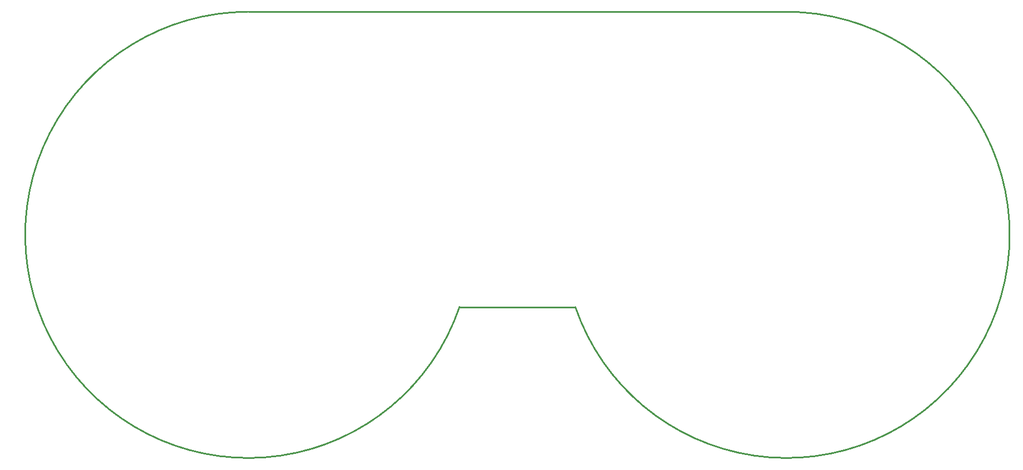
<source format=gm1>
G04 Layer_Color=16711935*
%FSLAX44Y44*%
%MOMM*%
G71*
G01*
G75*
%ADD44C,0.2540*%
D44*
X340000Y680000D02*
G03*
X661718Y230011I0J-340000D01*
G01*
X838282D02*
G03*
X1160000Y680000I321718J109989D01*
G01*
X340000D02*
X1160000D01*
X661750Y230000D02*
X838250D01*
M02*

</source>
